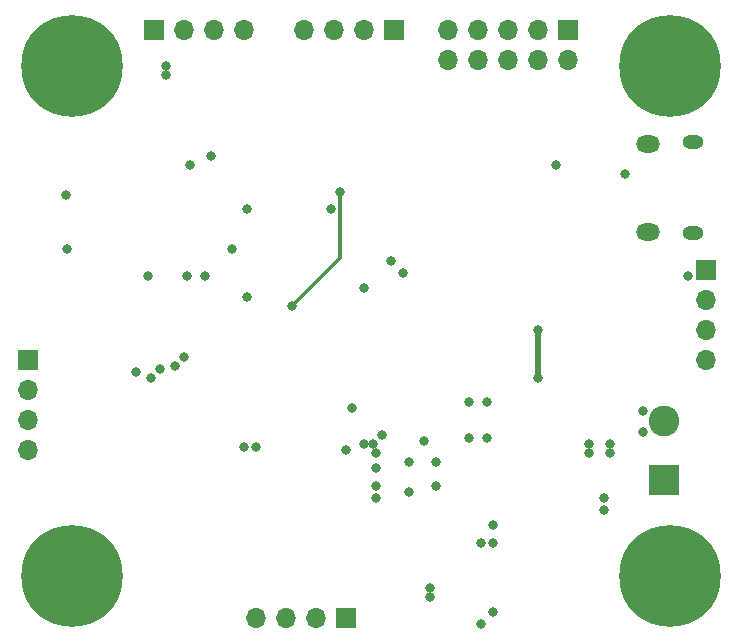
<source format=gbr>
G04 #@! TF.GenerationSoftware,KiCad,Pcbnew,5.1.5+dfsg1-2build2*
G04 #@! TF.CreationDate,2020-10-21T13:18:50+02:00*
G04 #@! TF.ProjectId,test_board,74657374-5f62-46f6-9172-642e6b696361,rev?*
G04 #@! TF.SameCoordinates,Original*
G04 #@! TF.FileFunction,Copper,L4,Bot*
G04 #@! TF.FilePolarity,Positive*
%FSLAX46Y46*%
G04 Gerber Fmt 4.6, Leading zero omitted, Abs format (unit mm)*
G04 Created by KiCad (PCBNEW 5.1.5+dfsg1-2build2) date 2020-10-21 13:18:50*
%MOMM*%
%LPD*%
G04 APERTURE LIST*
%ADD10O,1.700000X1.700000*%
%ADD11R,1.700000X1.700000*%
%ADD12C,0.900000*%
%ADD13C,8.600000*%
%ADD14R,2.600000X2.600000*%
%ADD15C,2.600000*%
%ADD16O,2.000000X1.450000*%
%ADD17O,1.800000X1.150000*%
%ADD18C,0.800000*%
%ADD19C,0.500000*%
%ADD20C,0.300000*%
G04 APERTURE END LIST*
D10*
X47244000Y-134620000D03*
X49784000Y-134620000D03*
X52324000Y-134620000D03*
D11*
X54864000Y-134620000D03*
D10*
X85344000Y-112776000D03*
X85344000Y-110236000D03*
X85344000Y-107696000D03*
D11*
X85344000Y-105156000D03*
D12*
X84576419Y-85603581D03*
X82296000Y-84659000D03*
X80015581Y-85603581D03*
X79071000Y-87884000D03*
X80015581Y-90164419D03*
X82296000Y-91109000D03*
X84576419Y-90164419D03*
X85521000Y-87884000D03*
D13*
X82296000Y-87884000D03*
X82296000Y-131064000D03*
D12*
X85521000Y-131064000D03*
X84576419Y-133344419D03*
X82296000Y-134289000D03*
X80015581Y-133344419D03*
X79071000Y-131064000D03*
X80015581Y-128783581D03*
X82296000Y-127839000D03*
X84576419Y-128783581D03*
X29392581Y-90164419D03*
X31673000Y-91109000D03*
X33953419Y-90164419D03*
X34898000Y-87884000D03*
X33953419Y-85603581D03*
X31673000Y-84659000D03*
X29392581Y-85603581D03*
X28448000Y-87884000D03*
D13*
X31673000Y-87884000D03*
X31673000Y-131064000D03*
D12*
X34898000Y-131064000D03*
X33953419Y-133344419D03*
X31673000Y-134289000D03*
X29392581Y-133344419D03*
X28448000Y-131064000D03*
X29392581Y-128783581D03*
X31673000Y-127839000D03*
X33953419Y-128783581D03*
D14*
X81788000Y-122936000D03*
D15*
X81788000Y-117936000D03*
D16*
X80446000Y-101921400D03*
X80446000Y-94471400D03*
D17*
X84246000Y-102071400D03*
X84246000Y-94321400D03*
D10*
X51308000Y-84836000D03*
X53848000Y-84836000D03*
X56388000Y-84836000D03*
D11*
X58928000Y-84836000D03*
X27940000Y-112776000D03*
D10*
X27940000Y-115316000D03*
X27940000Y-117856000D03*
X27940000Y-120396000D03*
D11*
X73660000Y-84836000D03*
D10*
X73660000Y-87376000D03*
X71120000Y-84836000D03*
X71120000Y-87376000D03*
X68580000Y-84836000D03*
X68580000Y-87376000D03*
X66040000Y-84836000D03*
X66040000Y-87376000D03*
X63500000Y-84836000D03*
X63500000Y-87376000D03*
D11*
X38608000Y-84836000D03*
D10*
X41148000Y-84836000D03*
X43688000Y-84836000D03*
X46228000Y-84836000D03*
D18*
X83820000Y-105664000D03*
X66802000Y-119380000D03*
X46500000Y-100000000D03*
X53600000Y-100000000D03*
X43434000Y-95504000D03*
X31200000Y-98800000D03*
X38354000Y-114300000D03*
X39116000Y-113538000D03*
X47244000Y-120142000D03*
X55372000Y-116840000D03*
X42926000Y-105664000D03*
X45212000Y-103378000D03*
X56388000Y-106680000D03*
X65278000Y-119380000D03*
X65278000Y-116332000D03*
X66802000Y-116332000D03*
X62484000Y-121412000D03*
X60198000Y-121412000D03*
X60198000Y-123952000D03*
X62484000Y-123444000D03*
X66294000Y-135128000D03*
X67310000Y-134112000D03*
X61468000Y-119634000D03*
X37084000Y-113792000D03*
X40386000Y-113284000D03*
X41148000Y-112522000D03*
X38100000Y-105664000D03*
X31242000Y-103378000D03*
X39624000Y-87884000D03*
X41656000Y-96266000D03*
X39624000Y-88646000D03*
X78486000Y-97028000D03*
X72644000Y-96266000D03*
X75438000Y-119888000D03*
X75438000Y-120650000D03*
X77216000Y-120650000D03*
X77216000Y-119888000D03*
X67310000Y-126746000D03*
X67310000Y-128270000D03*
X66294000Y-128270000D03*
X61976000Y-132080000D03*
X61976000Y-132842000D03*
X58674000Y-104394000D03*
X59690000Y-105410000D03*
X46482000Y-107442000D03*
X41402000Y-105664000D03*
X46228000Y-120142000D03*
X57404000Y-120650000D03*
X57404000Y-121920000D03*
X57404000Y-123444000D03*
X57404000Y-124460000D03*
X54864000Y-120396000D03*
X57150000Y-119888000D03*
X56388000Y-119888000D03*
X57912000Y-119126000D03*
X76708000Y-124460000D03*
X76708000Y-125476000D03*
X80010000Y-117094000D03*
X80010000Y-118872000D03*
X71120000Y-114300000D03*
X71120000Y-110236000D03*
X50292000Y-108204000D03*
X54356000Y-98552000D03*
D19*
X71120000Y-114300000D02*
X71120000Y-110236000D01*
D20*
X50292000Y-108204000D02*
X54356000Y-104140000D01*
X54356000Y-104140000D02*
X54356000Y-98552000D01*
M02*

</source>
